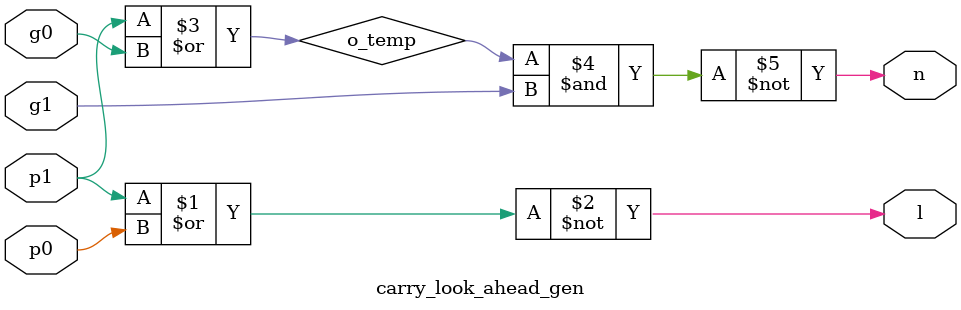
<source format=v>
`ifndef CARRY_LOOK_AHEAD_GEN_V
`define CARRY_LOOK_AHEAD_GEN_V

`timescale 1ns / 1ps

module carry_look_ahead_gen(p1, g1, p0, g0, l, n);

  input p1, g1, p0, g0;
  output l, n;

  nor nor_inst1(l, p1, p0);
  or or_inst1(o_temp, p1, g0);
  nand nand_inst1(n, o_temp, g1);

endmodule
`endif

</source>
